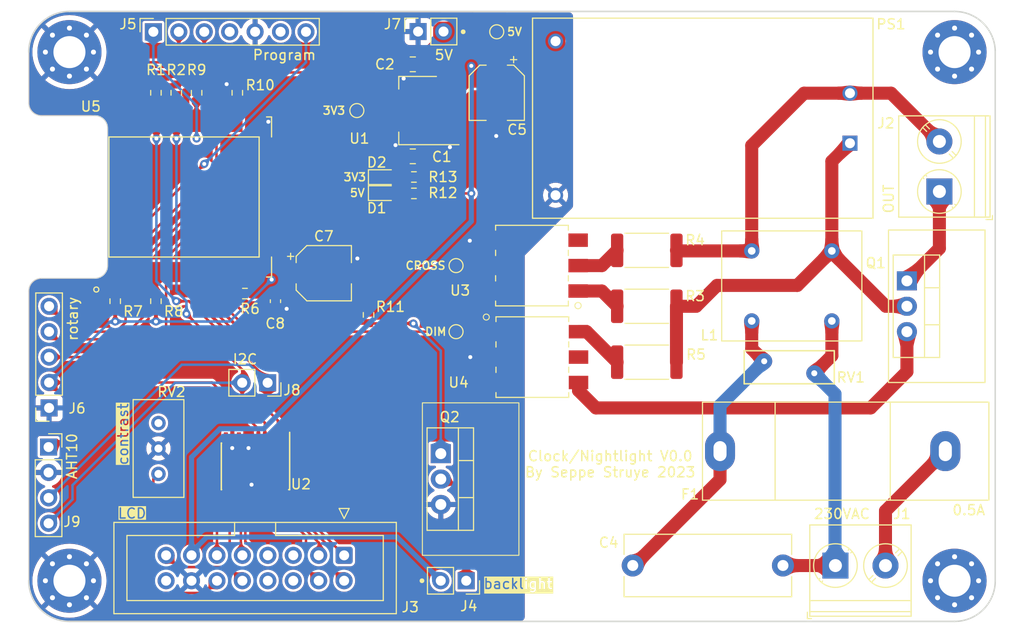
<source format=kicad_pcb>
(kicad_pcb (version 20221018) (generator pcbnew)
  (layers (0 "F.Cu" signal) (31 "B.Cu" signal) (34 "B.Paste" user) (35 "F.Paste" user) (36 "B.SilkS" user "B.Silkscreen") (37 "F.SilkS" user "F.Silkscreen") (38 "B.Mask" user) (39 "F.Mask" user) (44 "Edge.Cuts" user))
  (net 0 "")
  (net 1 "/N")
  (net 2 "/5V")
  (net 3 "GND")
  (net 4 "/3V3")
  (net 5 "/DTR")
  (net 6 "/RTS")
  (net 7 "/L")
  (net 8 "/EN")
  (net 9 "Net-(J1-Pin_1)")
  (net 11 "/D7")
  (net 12 "/D6")
  (net 13 "/D5")
  (net 14 "/D4")
  (net 15 "/EN1")
  (net 16 "/RS")
  (net 17 "/Vee")
  (net 18 "/EN2")
  (net 19 "Net-(J1-Pin_2)")
  (net 20 "/SCL")
  (net 21 "/SDA")
  (net 22 "Net-(J2-Pin_1)")
  (net 27 "/R{slash}W")
  (net 29 "Net-(J4-Pin_1)")
  (net 32 "Net-(Q1-G)")
  (net 33 "/BACKLIGHT")
  (net 34 "Net-(R3-Pad2)")
  (net 35 "Net-(R4-Pad2)")
  (net 36 "Net-(R5-Pad2)")
  (net 37 "/CROSS")
  (net 39 "/DIM")
  (net 40 "/RX")
  (net 41 "/TX")
  (net 42 "Net-(U5-IO15)")
  (net 43 "/SW")
  (net 44 "/DT")
  (net 45 "/CLK")
  (net 47 "Net-(C4-Pad1)")
  (net 63 "Net-(D1-A)")
  (net 64 "Net-(D2-A)")
  (footprint "Resistor_SMD:R_0603_1608Metric" (layer "F.Cu") (at 56.134 48.768 -90)
    (fp_text reference "R1")
    (fp_text value "10K")
  )
  (footprint "MOC3021:MOC3021S" (layer "F.Cu") (at 93.6879 66.04 180)
    (fp_text reference "U3")
    (fp_text value "H11AA1" hide)
  )
  (footprint "TestPoint:TestPoint_Pad_D1.0mm" (layer "F.Cu") (at 86.106 72.644)
    (fp_text reference "TP3" hide)
    (fp_text value "DIM")
  )
  (footprint "MountingHole:MountingHole_3.2mm_M3_Pad_Via" (layer "F.Cu") (at 135.89 44.704)
    (fp_text reference "H4" hide)
    (fp_text value "MountingHole_Pad")
  )
  (footprint "TestPoint:TestPoint_Pad_D1.0mm" (layer "F.Cu") (at 86.106 66.04)
    (fp_text reference "TP4" hide)
    (fp_text value "CROSS")
  )
  (footprint "Connector_PinSocket_2.54mm:PinSocket_1x02_P2.54mm_Vertical" (layer "F.Cu") (at 67.29 77.749 -90)
    (fp_text reference "J8")
    (fp_text value "I2C")
  )
  (footprint "Resistor_SMD:R_0603_1608Metric" (layer "F.Cu") (at 56.134 69.596 90)
    (fp_text reference "R8")
    (fp_text value "10K")
  )
  (footprint "Package_TO_SOT_SMD:SOT-223-3_TabPin2" (layer "F.Cu") (at 82.296 50.546 180)
    (fp_text reference "U1")
    (fp_text value "AMS1117-3.3")
  )
  (footprint "Resistor_SMD:R_0603_1608Metric" (layer "F.Cu") (at 58.166 48.768 -90)
    (fp_text reference "R2")
    (fp_text value "10K")
  )
  (footprint "MOC3021:MOC3021S" (layer "F.Cu") (at 93.726 75.184)
    (fp_text reference "U4")
    (fp_text value "MOC3021S" hide)
  )
  (footprint "Capacitor_THT:C_Rect_L16.5mm_W6.0mm_P15.00mm_MKT" (layer "F.Cu") (at 103.752 96.012)
    (fp_text reference "C4")
    (fp_text value "0.1uF/275VAC")
  )
  (footprint "Connector_PinSocket_2.54mm:PinSocket_1x02_P2.54mm_Vertical" (layer "F.Cu") (at 82.316 42.647 90)
    (fp_text reference "J7")
    (fp_text value "5V")
  )
  (footprint "Connector_PinSocket_2.54mm:PinSocket_1x05_P2.54mm_Vertical" (layer "F.Cu") (at 45.466 80.264 180)
    (fp_text reference "J6")
    (fp_text value "rotary")
  )
  (footprint "Capacitor_SMD:C_0603_1608Metric" (layer "F.Cu") (at 68.072 69.596 90)
    (fp_text reference "C8")
    (fp_text value "10uF")
  )
  (footprint "Resistor_SMD:R_2512_6332Metric" (layer "F.Cu") (at 105.156 70.104 180)
    (fp_text reference "R3")
    (fp_text value "10k/1W")
  )
  (footprint "Resistor_SMD:R_0603_1608Metric" (layer "F.Cu") (at 81.8986 57.1824)
    (fp_text reference "R13")
    (fp_text value "4k7")
  )
  (footprint "TerminalBlock_Phoenix:TerminalBlock_Phoenix_PT-1,5-2-5.0-H_1x02_P5.00mm_Horizontal" (layer "F.Cu") (at 123.992 96.02)
    (fp_text reference "J1")
    (fp_text value "230VAC")
  )
  (footprint "Connector_PinSocket_2.54mm:PinSocket_1x02_P2.54mm_Vertical" (layer "F.Cu") (at 87.122 97.536 -90)
    (fp_text reference "J4")
    (fp_text value "LCD BL")
  )
  (footprint "MOC3021:TO-220-3_Vertical_2" (layer "F.Cu") (at 131.131201 67.564 -90)
    (fp_text reference "Q1")
    (fp_text value "BTA16")
  )
  (footprint "TerminalBlock_Phoenix:TerminalBlock_Phoenix_PT-1,5-2-5.0-H_1x02_P5.00mm_Horizontal" (layer "F.Cu") (at 134.374 58.634 90)
    (fp_text reference "J2")
    (fp_text value "OUT")
  )
  (footprint "MountingHole:MountingHole_3.2mm_M3_Pad_Via" (layer "F.Cu") (at 47.498 44.704)
    (fp_text reference "H3" hide)
    (fp_text value "MountingHole_Pad")
  )
  (footprint "Varistor:RV_Disc_D9mm_W3.3mm_P5mm" (layer "F.Cu") (at 121.88 76.8 180)
    (fp_text reference "RV1")
    (fp_text value "10DXX")
  )
  (footprint "Package_SO:SSOP-20_4.4x6.5mm_P0.65mm" (layer "F.Cu") (at 66.04 86.106 -90)
    (fp_text reference "U2")
    (fp_text value "PCF8574TS")
  )
  (footprint "MountingHole:MountingHole_3.2mm_M3_Pad_Via" (layer "F.Cu") (at 135.89 97.536)
    (fp_text reference "H1" hide)
    (fp_text value "MountingHole_Pad")
  )
  (footprint "Resistor_SMD:R_0603_1608Metric" (layer "F.Cu") (at 60.198 48.768 -90)
    (fp_text reference "R9")
    (fp_text value "10K")
  )
  (footprint "HLK-PM03:CONV_HLK-PM03" (layer "F.Cu") (at 110.744 51.308 180)
    (fp_text reference "PS1")
    (fp_text value "HLK-PM03")
  )
  (footprint "Resistor_SMD:R_2512_6332Metric" (layer "F.Cu") (at 105.156 64.516 180)
    (fp_text reference "R4")
    (fp_text value "10k/1W")
  )
  (footprint "4N25:choke" (layer "F.Cu") (at 119.634 68.072 90)
    (fp_text reference "L1")
    (fp_text value "10mH")
  )
  (footprint "Resistor_SMD:R_0603_1608Metric" (layer "F.Cu") (at 81.8986 58.8264)
    (fp_text reference "R12")
    (fp_text value "4k7")
  )
  (footprint "Capacitor_SMD:CP_Elec_5x5.4" (layer "F.Cu") (at 72.898 66.802)
    (fp_text reference "C7")
    (fp_text value "100uF")
  )
  (footprint "Resistor_SMD:R_0603_1608Metric" (layer "F.Cu") (at 52.07 69.596 90)
    (fp_text reference "R7")
    (fp_text value "10K")
  )
  (footprint "Package_TO_SOT_THT:TO-220-3_Vertical" (layer "F.Cu") (at 84.582 87.376 -90)
    (fp_text reference "Q2")
    (fp_text value "K1459")
  )
  (footprint "Resistor_SMD:R_2512_6332Metric" (layer "F.Cu") (at 105.156 75.692 180)
    (fp_text reference "R5")
    (fp_text value "10k/1W")
  )
  (footprint "Resistor_SMD:R_0603_1608Metric" (layer "F.Cu") (at 64.262 48.768 90)
    (fp_text reference "R10")
    (fp_text value "10K")
  )
  (footprint "MountingHole:MountingHole_3.2mm_M3_Pad_Via" (layer "F.Cu") (at 47.498 97.536)
    (fp_text reference "H2" hide)
    (fp_text value "MountingHole_Pad" hide)
  )
  (footprint "TestPoint:TestPoint_Pad_D1.0mm" (layer "F.Cu") (at 90.17 42.672)
    (fp_text reference "TP1" hide)
    (fp_text value "5V")
  )
  (footprint "Connector_PinSocket_2.54mm:PinSocket_1x07_P2.54mm_Vertical" (layer "F.Cu") (at 55.88 42.672 90)
    (fp_text reference "J5")
    (fp_text value "Program")
  )
  (footprint "Capacitor_SMD:C_0805_2012Metric" (layer "F.Cu") (at 81.788 55.118 180)
    (fp_text reference "C1")
    (fp_text value "0.1uF")
  )
  (footprint "LED_SMD:LED_0603_1608Metric" (layer "F.Cu") (at 78.8416 57.2008)
    (fp_text reference "D2")
    (fp_text value "3V3")
  )
  (footprint "Connector_PinSocket_2.54mm:PinSocket_1x04_P2.54mm_Vertical" (layer "F.Cu") (at 45.4152 84.1756)
    (fp_text reference "J9")
    (fp_text value "AHT10")
  )
  (footprint "Resistor_SMD:R_0603_1608Metric" (layer "F.Cu") (at 65.024 68.834)
    (fp_text reference "R6")
    (fp_text value "10K")
  )
  (footprint "Capacitor_SMD:C_0805_2012Metric" (layer "F.Cu") (at 81.788 45.9232 180)
    (fp_text reference "C2")
    (fp_text value "0.1uF")
  )
  (footprint "Connector_IDC:IDC-Header_2x08_P2.54mm_Vertical" (layer "F.Cu") (at 74.93 94.996 -90)
    (fp_text reference "J3")
    (fp_text value "LCD")
  )
  (footprint "Capacitor_SMD:CP_Elec_5x5.4" (layer "F.Cu") (at 90.17 48.768 -90)
    (fp_text reference "C5")
    (fp_text value "22uF")
  )
  (footprint "ESP-12:XCVR_ESP8266-12E_ESP-12E" (layer "F.Cu") (at 59.182 59.182 90)
    (fp_text reference "U5")
    (fp_text value "ESP-12F")
  )
  (footprint "Potentiometer_THT:Potentiometer_Bourns_3296W_Vertical" (layer "F.Cu") (at 56.388 81.778 90)
    (fp_text reference "RV2")
    (fp_text value "10K")
  )
  (footprint "TestPoint:TestPoint_Pad_D1.0mm" (layer "F.Cu") (at 76.2 50.546)
    (fp_text reference "TP2" hide)
    (fp_text value "3V3")
  )
  (footprint "LED_SMD:LED_0603_1608Metric" (layer "F.Cu") (at 78.8416 58.7948)
    (fp_text reference "D1")
    (fp_text value "5V")
  )
  (footprint "Resistor_SMD:R_0603_1608Metric" (layer "F.Cu") (at 77.3684 70.9676 90)
    (fp_text reference "R11")
    (fp_text value "10K")
  )
  (footprint "fuse:BLX-A" (layer "F.Cu") (at 123.718 84.582 90)
    (fp_text reference "F1")
    (fp_text value "0.5A")
  )
  (gr_circle (center 82.7024 97.536) (end 82.863044 97.536) (stroke (width 0.15)) (fill solid) (layer "F.SilkS"))
  (gr_circle (center 86.8172 42.672) (end 86.977844 42.672) (stroke (width 0.15)) (fill solid) (layer "F.SilkS"))
  (gr_arc (start 51.308 66.04) (mid 50.936026 66.938026) (end 50.038 67.31) (stroke (width 0.1)) (layer "Edge.Cuts"))
  (gr_line (start 47.498 101.6) (end 135.89 101.6) (stroke (width 0.15)) (layer "Edge.Cuts"))
  (gr_arc (start 139.954 97.536) (mid 138.763682 100.409681) (end 135.89 101.6) (stroke (width 0.15)) (layer "Edge.Cuts"))
  (gr_line (start 50.038 51.054) (end 44.704 51.054) (stroke (width 0.1)) (layer "Edge.Cuts"))
  (gr_arc (start 47.498 101.6) (mid 44.624319 100.409682) (end 43.434 97.536) (stroke (width 0.15)) (layer "Edge.Cuts"))
  (gr_line (start 51.308 66.04) (end 51.308 52.324) (stroke (width 0.1)) (layer "Edge.Cuts"))
  (gr_line (start 135.89 40.64) (end 47.498 40.64) (stroke (width 0.15)) (layer "Edge.Cuts"))
  (gr_line (start 139.954 97.536) (end 139.954 44.704) (stroke (width 0.15)) (layer "Edge.Cuts"))
  (gr_arc (start 135.89 40.64) (mid 138.763681 41.830318) (end 139.954 44.704) (stroke (width 0.15)) (layer "Edge.Cuts"))
  (gr_line (start 44.704 67.31) (end 50.038 67.31) (stroke (width 0.1)) (layer "Edge.Cuts"))
  (gr_line (start 43.434 68.58) (end 43.434 97.536) (stroke (width 0.1)) (layer "Edge.Cuts"))
  (gr_arc (start 43.434 68.58) (mid 43.805974 67.681974) (end 44.704 67.31) (stroke (width 0.1)) (layer "Edge.Cuts"))
  (gr_arc (start 43.434 44.704) (mid 44.624318 41.830319) (end 47.498 40.64) (stroke (width 0.15)) (layer "Edge.Cuts"))
  (gr_arc (start 44.704 51.054) (mid 43.805974 50.682026) (end 43.434 49.784) (stroke (width 0.1)) (layer "Edge.Cuts"))
  (gr_line (start 43.434 44.704) (end 43.434 49.784) (stroke (width 0.1)) (layer "Edge.Cuts"))
  (gr_arc (start 50.038 51.054) (mid 50.936026 51.425974) (end 51.308 52.324) (stroke (width 0.1)) (layer "Edge.Cuts"))
  (gr_text "backlight" (at 92.29297 97.845515) (layer "F.SilkS" knockout) (effects (font (size 1 1))))
  (gr_text "LCD" (at 52.245834 91.394419) (layer "F.SilkS" knockout) (effects (font (size 1 1)) (justify left bottom)))
  (gr_text "Clock/Nightlight V0.0\nBy Seppe Struye 2023\n" (at 101.4984 87.2744) (layer "F.SilkS") (effects (font (size 1 1)) (justify bottom)))
  (segment (start 120.864 48.808) (end 115.634 54.038) (width 1.3) (layer "F.Cu") (net 1))
  (segment (start 129.548 48.808) (end 134.374 53.634) (width 1.3) (layer "F.Cu") (net 1))
  (segment (start 115.634 64.572) (end 108.1745 64.572) (width 1.3) (layer "F.Cu") (net 1))
  (segment (start 115.634 54.038) (end 115.634 64.572) (width 1.3) (layer "F.Cu") (net 1))
  (segment (start 125.444 48.808) (end 120.864 48.808) (width 1.3) (layer "F.Cu") (net 1))
  (segment (start 108.1745 64.572) (end 108.1185 64.516) (width 1.3) (layer "F.Cu") (net 1))
  (segment (start 125.444 48.808) (end 129.548 48.808) (width 1.3) (layer "F.Cu") (net 1))
  (segment (start 82.7236 58.8264) (end 87.63 58.8264) (width 0.25) (layer "F.Cu") (net 2))
  (via (at 87.63 46.0756) (size 0.8) (drill 0.4) (layers "F.Cu" "B.Cu") (net 2))
  (via (at 87.63 58.8264) (size 0.8) (drill 0.4) (layers "F.Cu" "B.Cu") (net 2))
  (segment (start 62.5348 82.3468) (end 59.69 85.1916) (width 0.508) (layer "B.Cu") (net 2))
  (segment (start 59.69 94.996) (end 59.69 94.6912) (width 0.508) (layer "B.Cu") (net 2))
  (segment (start 80.2132 93.1672) (end 84.582 97.536) (width 0.508) (layer "B.Cu") (net 2))
  (segment (start 87.63 46.0756) (end 87.63 61.6204) (width 0.508) (layer "B.Cu") (net 2))
  (segment (start 59.69 85.1916) (end 59.69 94.996) (width 0.508) (layer "B.Cu") (net 2))
  (segment (start 66.9036 82.3468) (end 62.5348 82.3468) (width 0.508) (layer "B.Cu") (net 2))
  (segment (start 87.63 61.6204) (end 66.9036 82.3468) (width 0.508) (layer "B.Cu") (net 2))
  (segment (start 59.69 94.6912) (end 61.214 93.1672) (width 0.508) (layer "B.Cu") (net 2))
  (segment (start 61.214 93.1672) (end 80.2132 93.1672) (width 0.508) (layer "B.Cu") (net 2))
  (via (at 65.6844 87.9348) (size 0.8) (drill 0.4) (layers "F.Cu" "B.Cu") (net 3))
  (via (at 67.3608 51.6636) (size 0.8) (drill 0.4) (layers "F.Cu" "B.Cu") (net 3))
  (via (at 65.3796 84.2772) (size 0.8) (drill 0.4) (layers "F.Cu" "B.Cu") (net 3))
  (via (at 80.8736 47.3456) (size 0.8) (drill 0.4) (layers "F.Cu" "B.Cu") (net 3))
  (via (at 69.1896 70.358) (size 0.8) (drill 0.4) (layers "F.Cu" "B.Cu") (net 3))
  (via (at 80.0608 54.0004) (size 0.8) (drill 0.4) (layers "F.Cu" "B.Cu") (net 3))
  (via (at 87.5284 75.184) (size 0.8) (drill 0.4) (layers "F.Cu" "B.Cu") (net 3))
  (via (at 87.4776 63.5508) (size 0.8) (drill 0.4) (layers "F.Cu" "B.Cu") (net 3))
  (via (at 90.1192 53.086) (size 0.8) (drill 0.4) (layers "F.Cu" "B.Cu") (net 3))
  (via (at 63.754 84.2772) (size 0.8) (drill 0.4) (layers "F.Cu" "B.Cu") (net 3))
  (via (at 85.4964 54.2036) (size 0.8) (drill 0.4) (layers "F.Cu" "B.Cu") (net 3))
  (via (at 76.2508 65.3288) (size 0.8) (drill 0.4) (layers "F.Cu" "B.Cu") (net 3))
  (via (at 63.1952 47.9044) (size 0.8) (drill 0.4) (layers "F.Cu" "B.Cu") (net 3))
  (segment (start 76.2 48.006) (end 76.2 50.546) (width 0.25) (layer "F.Cu") (net 4))
  (segment (start 66.365 83.206) (end 66.365 82.367) (width 0.25) (layer "F.Cu") (net 4))
  (segment (start 45.466 77.724) (end 47.3456 79.6036) (width 0.25) (layer "F.Cu") (net 4))
  (segment (start 74.93 46.736) (end 76.2 48.006) (width 0.25) (layer "F.Cu") (net 4))
  (segment (start 66.365 82.367) (end 61.722 77.724) (width 0.25) (layer "F.Cu") (net 4))
  (segment (start 56.134 47.943) (end 60.198 47.943) (width 0.25) (layer "F.Cu") (net 4))
  (segment (start 82.738 57.168) (end 82.7236 57.1824) (width 0.25) (layer "F.Cu") (net 4))
  (segment (start 52.07 71.628) (end 52.07 70.421) (width 0.25) (layer "F.Cu") (net 4))
  (segment (start 70.866 66.634) (end 70.698 66.802) (width 0.508) (layer "F.Cu") (net 4))
  (segment (start 61.722 77.724) (end 45.466 77.724) (width 0.25) (layer "F.Cu") (net 4))
  (segment (start 72.39 50.546) (end 70.866 52.07) (width 0.508) (layer "F.Cu") (net 4))
  (segment (start 60.198 47.943) (end 60.261 47.943) (width 0.25) (layer "F.Cu") (net 4))
  (segment (start 56.134 71.628) (end 56.134 70.421) (width 0.25) (layer "F.Cu") (net 4))
  (segment (start 46.0248 84.1756) (end 45.4152 84.1756) (width 0.25) (layer "F.Cu") (net 4))
  (segment (start 76.2 50.546) (end 72.39 50.546) (width 0.508) (layer "F.Cu") (net 4))
  (segment (start 60.261 47.943) (end 61.468 46.736) (width 0.25) (layer "F.Cu") (net 4))
  (segment (start 70.866 52.07) (end 70.866 66.634) (width 0.508) (layer "F.Cu") (net 4))
  (segment (start 61.468 46.736) (end 74.93 46.736) (width 0.25) (layer "F.Cu") (net 4))
  (segment (start 47.3456 79.6036) (end 47.3456 82.8548) (width 0.25) (layer "F.Cu") (net 4))
  (segment (start 82.738 55.118) (end 82.738 57.168) (width 0.25) (layer "F.Cu") (net 4))
  (segment (start 47.3456 82.8548) (end 46.0248 84.1756) (width 0.25) (layer "F.Cu") (net 4))
  (via (at 52.07 71.628) (size 0.8) (drill 0.4) (layers "F.Cu" "B.Cu") (net 4))
  (via (at 56.134 71.628) (size 0.8) (drill 0.4) (layers "F.Cu" "B.Cu") (net 4))
  (via (at 67.691 67.437) (size 0.8) (drill 0.4) (layers "F.Cu" "B.Cu") (net 4))
  (segment (start 63.5 71.628) (end 67.691 67.437) (width 0.25) (layer "B.Cu") (net 4))
  (segment (start 51.562 71.628) (end 52.07 71.628) (width 0.25) (layer "B.Cu") (net 4))
  (segment (start 45.466 77.724) (end 51.562 71.628) (width 0.25) (layer "B.Cu") (net 4))
  (segment (start 52.07 71.628) (end 56.134 71.628) (width 0.25) (layer "B.Cu") (net 4))
  (segment (start 56.134 71.628) (end 63.5 71.628) (width 0.25) (layer "B.Cu") (net 4))
  (segment (start 60.182 51.682) (end 60.182 49.609) (width 0.25) (layer "F.Cu") (net 5))
  (segment (start 60.182 49.609) (end 60.198 49.593) (width 0.25) (layer "F.Cu") (net 5))
  (segment (start 60.198 53.34) (end 60.198 49.593) (width 0.25) (layer "F.Cu") (net 5))
  (via (at 60.198 53.34) (size 0.8) (drill 0.4) (layers "F.Cu" "B.Cu") (net 5))
  (segment (start 55.88 45.72) (end 55.88 42.672) (width 0.25) (layer "B.Cu") (net 5))
  (segment (start 60.198 53.34) (end 60.198 50.038) (width 0.25) (layer "B.Cu") (net 5))
  (segment (start 60.198 50.038) (end 55.88 45.72) (width 0.25) (layer "B.Cu") (net 5))
  (segment (start 52.182 66.682) (end 52.182 68.659) (width 0.25) (layer "F.Cu") (net 6))
  (segment (start 52.182 68.659) (end 52.07 68.771) (width 0.25) (layer "F.Cu") (net 6))
  (segment (start 52.182 64.658) (end 52.182 66.682) (width 0.25) (layer "F.Cu") (net 6))
  (segment (start 60.96 55.88) (end 52.182 64.658) (width 0.25) (layer "F.Cu") (net 6))
  (via (at 60.96 55.88) (size 0.8) (drill 0.4) (layers "F.Cu" "B.Cu") (net 6))
  (segment (start 60.96 55.88) (end 71.12 45.72) (width 0.25) (layer "B.Cu") (net 6))
  (segment (start 71.12 45.72) (end 71.12 42.672) (width 0.25) (layer "B.Cu") (net 6))
  (segment (start 108.1185 70.104) (end 110.0836 70.104) (width 1.3) (layer "F.Cu") (net 7))
  (segment (start 123.634 55.618) (end 125.444 53.808) (width 1.3) (layer "F.Cu") (net 7))
  (segment (start 110.0836 70.104) (end 112.1664 68.0212) (width 1.3) (layer "F.Cu") (net 7))
  (segment (start 123.634 64.706) (end 123.634 64.572) (width 1.3) (layer "F.Cu") (net 7))
  (segment (start 108.1185 70.104) (end 108.1185 75.692) (width 1.3) (layer "F.Cu") (net 7))
  (segment (start 123.634 64.572) (end 123.634 55.618) (width 1.3) (layer "F.Cu") (net 7))
  (segment (start 131.131201 70.104) (end 129.032 70.104) (width 1.3) (layer "F.Cu") (net 7))
  (segment (start 120.1848 68.0212) (end 123.634 64.572) (width 1.3) (layer "F.Cu") (net 7))
  (segment (start 129.032 70.104) (end 123.634 64.706) (width 1.3) (layer "F.Cu") (net 7))
  (segment (start 112.1664 68.0212) (end 120.1848 68.0212) (width 1.3) (layer "F.Cu") (net 7))
  (segment (start 56.182 66.682) (end 56.182 68.723) (width 0.25) (layer "F.Cu") (net 8))
  (segment (start 56.182 68.723) (end 56.134 68.771) (width 0.25) (layer "F.Cu") (net 8))
  (segment (start 123.637854 75.042146) (end 123.637854 71.575854) (width 1.3) (layer "F.Cu") (net 9))
  (segment (start 123.992 96.02) (end 118.76 96.02) (width 1.3) (layer "F.Cu") (net 9))
  (segment (start 118.76 96.02) (end 118.752 96.012) (width 1.3) (layer "F.Cu") (net 9))
  (segment (start 123.637854 71.575854) (end 123.634 71.572) (width 1.3) (layer "F.Cu") (net 9))
  (segment (start 121.88 76.8) (end 123.637854 75.042146) (width 1.3) (layer "F.Cu") (net 9))
  (segment (start 121.88 76.8) (end 123.952 78.872) (width 1.3) (layer "B.Cu") (net 9))
  (segment (start 123.952 78.872) (end 123.952 95.98) (width 1.3) (layer "B.Cu") (net 9))
  (segment (start 123.952 95.98) (end 123.992 96.02) (width 1.3) (layer "B.Cu") (net 9))
  (segment (start 68.965 90.809) (end 69.342 91.186) (width 0.25) (layer "F.Cu") (net 11))
  (segment (start 69.342 91.186) (end 71.12 91.186) (width 0.25) (layer "F.Cu") (net 11))
  (segment (start 74.422 94.996) (end 74.93 94.996) (width 0.25) (layer "F.Cu") (net 11))
  (segment (start 74.205 94.779) (end 74.422 94.996) (width 0.25) (layer "F.Cu") (net 11))
  (segment (start 74.205 94.271) (end 74.205 94.779) (width 0.25) (layer "F.Cu") (net 11))
  (segment (start 71.12 91.186) (end 74.205 94.271) (width 0.25) (layer "F.Cu") (net 11))
  (segment (start 68.965 89.006) (end 68.965 90.809) (width 0.25) (layer "F.Cu") (net 11))
  (segment (start 70.933604 91.636) (end 73.66 94.362396) (width 0.25) (layer "F.Cu") (net 12))
  (segment (start 73.66 96.266) (end 74.93 97.536) (width 0.25) (layer "F.Cu") (net 12))
  (segment (start 68.315 89.006) (end 68.315 90.921) (width 0.25) (layer "F.Cu") (net 12))
  (segment (start 73.66 94.362396) (end 73.66 96.266) (width 0.25) (layer "F.Cu") (net 12))
  (segment (start 68.315 90.921) (end 69.03 91.636) (width 0.25) (layer "F.Cu") (net 12))
  (segment (start 69.03 91.636) (end 70.933604 91.636) (width 0.25) (layer "F.Cu") (net 12))
  (segment (start 72.39 93.728792) (end 72.39 94.996) (width 0.25) (layer "F.Cu") (net 13))
  (segment (start 67.015 89.006) (end 67.015 90.762604) (width 0.25) (layer "F.Cu") (net 13))
  (segment (start 68.338396 92.086) (end 70.747208 92.086) (width 0.25) (layer "F.Cu") (net 13))
  (segment (start 67.015 90.762604) (end 68.338396 92.086) (width 0.25) (layer "F.Cu") (net 13))
  (segment (start 70.747208 92.086) (end 72.39 93.728792) (width 0.25) (layer "F.Cu") (net 13))
  (segment (start 71.12 93.095188) (end 71.12 96.266) (width 0.25) (layer "F.Cu") (net 14))
  (segment (start 70.560812 92.536) (end 71.12 93.095188) (width 0.25) (layer "F.Cu") (net 14))
  (segment (start 66.365 89.006) (end 66.365 90.749) (width 0.25) (layer "F.Cu") (net 14))
  (segment (start 68.152 92.536) (end 70.560812 92.536) (width 0.25) (layer "F.Cu") (net 14))
  (segment (start 66.365 90.749) (end 68.152 92.536) (width 0.25) (layer "F.Cu") (net 14))
  (segment (start 71.12 96.266) (end 72.39 97.536) (width 0.25) (layer "F.Cu") (net 14))
  (segment (start 63.765 89.006) (end 63.765 89.706) (width 0.25) (layer "F.Cu") (net 15))
  (segment (start 64.615 90.556) (end 64.615 94.841) (width 0.25) (layer "F.Cu") (net 15))
  (segment (start 63.765 89.706) (end 64.615 90.556) (width 0.25) (layer "F.Cu") (net 15))
  (segment (start 64.615 94.841) (end 64.77 94.996) (width 0.25) (layer "F.Cu") (net 15))
  (segment (start 62.23 94.996) (end 62.23 84.091) (width 0.25) (layer "F.Cu") (net 16))
  (segment (start 62.23 84.091) (end 63.115 83.206) (width 0.25) (layer "F.Cu") (net 16))
  (segment (start 55.88 98.044) (end 56.5912 98.7552) (width 0.25) (layer "F.Cu") (net 17))
  (segment (start 55.88 87.366) (end 55.88 98.044) (width 0.25) (layer "F.Cu") (net 17))
  (segment (start 56.388 86.858) (end 55.88 87.366) (width 0.25) (layer "F.Cu") (net 17))
  (segment (start 56.5912 98.7552) (end 61.0108 98.7552) (width 0.25) (layer "F.Cu") (net 17))
  (segment (start 61.0108 98.7552) (end 62.23 97.536) (width 0.25) (layer "F.Cu") (net 17))
  (segment (start 62.5922 96.171) (end 58.325 96.171) (width 0.25) (layer "F.Cu") (net 18))
  (segment (start 63.5 97.0788) (end 62.5922 96.171) (width 0.25) (layer "F.Cu") (net 18))
  (segment (start 65.065 89.006) (end 65.065 93.629299) (width 0.25) (layer "F.Cu") (net 18))
  (segment (start 64.2112 98.7552) (end 63.5 98.044) (width 0.25) (layer "F.Cu") (net 18))
  (segment (start 66.04 98.044) (end 65.3288 98.7552) (width 0.25) (layer "F.Cu") (net 18))
  (segment (start 65.3288 98.7552) (end 64.2112 98.7552) (width 0.25) (layer "F.Cu") (net 18))
  (segment (start 65.065 93.629299) (end 66.04 94.604299) (width 0.25) (layer "F.Cu") (net 18))
  (segment (start 58.325 96.171) (end 57.15 94.996) (width 0.25) (layer "F.Cu") (net 18))
  (segment (start 63.5 98.044) (end 63.5 97.0788) (width 0.25) (layer "F.Cu") (net 18))
  (segment (start 66.04 94.604299) (end 66.04 98.044) (width 0.25) (layer "F.Cu") (net 18))
  (segment (start 128.992 96.02) (end 128.992 90.558) (width 1.3) (layer "F.Cu") (net 19))
  (segment (start 128.992 90.558) (end 134.968 84.582) (width 1.3) (layer "F.Cu") (net 19))
  (segment (start 56.182 49.641) (end 56.134 49.593) (width 0.25) (layer "F.Cu") (net 20))
  (segment (start 68.315 81.523) (end 68.315 83.206) (width 0.25) (layer "F.Cu") (net 20))
  (segment (start 59.436 69.596) (end 67.29 77.45) (width 0.25) (layer "F.Cu") (net 20))
  (segment (start 58.166 69.596) (end 59.436 69.596) (width 0.25) (layer "F.Cu") (net 20))
  (segment (start 56.182 51.682) (end 56.182 49.641) (width 0.25) (layer "F.Cu") (net 20))
  (segment (start 67.29 77.45) (end 67.29 77.749) (width 0.25) (layer "F.Cu") (net 20))
  (segment (start 67.29 77.749) (end 67.29 80.498) (width 0.25) (layer "F.Cu") (net 20))
  (segment (start 56.182 53.34) (end 56.182 51.682) (width 0.25) (layer "F.Cu") (net 20))
  (segment (start 67.29 80.498) (end 68.315 81.523) (width 0.25) (layer "F.Cu") (net 20))
  (via (at 58.166 69.596) (size 0.8) (drill 0.4) (layers "F.Cu" "B.Cu") (net 20))
  (via (at 56.182 53.34) (size 0.8) (drill 0.4) (layers "F.Cu" "B.Cu") (net 20))
  (segment (start 58.7248 75.946) (end 65.487 75.946) (width 0.25) (layer "B.Cu") (net 20))
  (segment (start 56.182 67.612) (end 56.182 53.34) (width 0.25) (layer "B.Cu") (net 20))
  (segment (start 58.166 69.596) (end 56.182 67.612) (width 0.25) (layer "B.Cu") (net 20))
  (segment (start 65.487 75.946) (end 67.29 77.749) (width 0.25) (layer "B.Cu") (net 20))
  (segment (start 45.4152 89.2556) (end 58.7248 75.946) (width 0.25) (layer "B.Cu") (net 20))
  (segment (start 64.75 79.482) (end 67.015 81.747) (width 0.25) (layer "F.Cu") (net 21))
  (segment (start 64.75 77.749) (end 64.75 79.482) (width 0.25) (layer "F.Cu") (net 21))
  (segment (start 58.182 53.34) (end 58.182 51.682) (width 0.25) (layer "F.Cu") (net 21))
  (segment (start 58.182 51.682) (end 58.182 49.609) (width 0.25) (layer "F.Cu") (net 21))
  (segment (start 64.75 76.434) (end 64.75 77.749) (width 0.25) (layer "F.Cu") (net 21))
  (segment (start 59.182 70.866) (end 64.75 76.434) (width 0.25) (layer "F.Cu") (net 21))
  (segment (start 58.182 49.609) (end 58.166 49.593) (width 0.25) (layer "F.Cu") (net 21))
  (segment (start 67.015 81.747) (end 67.015 83.206) (width 0.25) (layer "F.Cu") (net 21))
  (via (at 58.182 53.34) (size 0.8) (drill 0.4) (layers "F.Cu" "B.Cu") (net 21))
  (via (at 59.182 70.866) (size 0.8) (drill 0.4) (layers "F.Cu" "B.Cu") (net 21))
  (segment (start 58.182 68.586695) (end 58.182 53.34) (width 0.25) (layer "B.Cu") (net 21))
  (segment (start 47.8028 87.9856) (end 47.8028 89.408) (width 0.25) (layer "B.Cu") (net 21))
  (segment (start 64.75 77.749) (end 58.0394 77.749) (width 0.25) (layer "B.Cu") (net 21))
  (segment (start 59.182 70.866) (end 59.182 69.586695) (width 0.25) (layer "B.Cu") (net 21))
  (segment (start 58.0394 77.749) (end 47.8028 87.9856) (width 0.25) (layer "B.Cu") (net 21))
  (segment (start 47.8028 89.408) (end 45.4152 91.7956) (width 0.25) (layer "B.Cu") (net 21))
  (segment (start 59.182 69.586695) (end 58.182 68.586695) (width 0.25) (layer "B.Cu") (net 21))
  (segment (start 134.374 58.634) (end 134.374 64.321201) (width 1.3) (layer "F.Cu") (net 22))
  (segment (start 134.374 64.321201) (end 131.131201 67.564) (width 1.3) (layer "F.Cu") (net 22))
  (segment (start 63.5 96.266) (end 64.77 97.536) (width 0.25) (layer "F.Cu") (net 27))
  (segment (start 63.115 89.692396) (end 63.5 90.077396) (width 0.25) (layer "F.Cu") (net 27))
  (segment (start 63.115 89.006) (end 63.115 89.692396) (width 0.25) (layer "F.Cu") (net 27))
  (segment (start 63.5 90.077396) (end 63.5 96.266) (width 0.25) (layer "F.Cu") (net 27))
  (segment (start 84.582 87.376) (end 85.2932 87.376) (width 0.25) (layer "F.Cu") (net 29))
  (segment (start 85.2932 87.376) (end 87.122 89.2048) (width 0.25) (layer "F.Cu") (net 29))
  (segment (start 87.122 89.2048) (end 87.122 97.536) (width 0.25) (layer "F.Cu") (net 29))
  (segment (start 127.508 80.264) (end 131.131201 76.640799) (width 1.3) (layer "F.Cu") (net 32))
  (segment (start 131.131201 76.640799) (end 131.131201 72.644) (width 1.3) (layer "F.Cu") (net 32))
  (segment (start 98.3361 77.724) (end 98.3361 78.5241) (width 1.3) (layer "F.Cu") (net 32))
  (segment (start 98.3361 78.5241) (end 100.076 80.264) (width 1.3) (layer "F.Cu") (net 32))
  (segment (start 100.076 80.264) (end 127.508 80.264) (width 1.3) (layer "F.Cu") (net 32))
  (segment (start 62.182 69.294) (end 62.182 66.682) (width 0.25) (layer "F.Cu") (net 33))
  (segment (start 81.846 71.824) (end 64.712 71.824) (width 0.25) (layer "F.Cu") (net 33))
  (segment (start 64.712 71.824) (end 62.182 69.294) (width 0.25) (layer "F.Cu") (net 33))
  (via (at 81.846 71.824) (size 0.8) (drill 0.4) (layers "F.Cu" "B.Cu") (net 33))
  (segment (start 81.846 71.824) (end 84.582 74.56) (width 0.25) (layer "B.Cu") (net 33))
  (segment (start 84.582 74.56) (end 84.582 84.836) (width 0.25) (layer "B.Cu") (net 33))
  (segment (start 100.6695 68.58) (end 98.298 68.58) (width 1.3) (layer "F.Cu") (net 34))
  (segment (start 102.1935 70.104) (end 100.6695 68.58) (width 1.3) (layer "F.Cu") (net 34))
  (segment (start 102.1935 64.516) (end 100.6695 66.04) (width 1.3) (layer "F.Cu") (net 35))
  (segment (start 100.6695 66.04) (end 98.298 66.04) (width 1.3) (layer "F.Cu") (net 35))
  (segment (start 99.1455 72.644) (end 102.1935 75.692) (width 1.3) (layer "F.Cu") (net 36))
  (segment (start 98.3361 72.644) (end 99.1455 72.644) (width 1.3) (layer "F.Cu") (net 36))
  (segment (start 79.9084 66.04) (end 86.106 66.04) (width 0.25) (layer "F.Cu") (net 37))
  (segment (start 86.106 66.04) (end 89.0778 66.04) (width 0.25) (layer "F.Cu") (net 37))
  (segment (start 64.182 70.024) (end 65.532 71.374) (width 0.25) (layer "F.Cu") (net 37))
  (segment (start 65.532 71.374) (end 74.5744 71.374) (width 0.25) (layer "F.Cu") (net 37))
  (segment (start 64.182 66.682) (end 64.182 70.024) (width 0.25) (layer "F.Cu") (net 37))
  (segment (start 74.5744 71.374) (end 79.9084 66.04) (width 0.25) (layer "F.Cu") (net 37))
  (segment (start 60.182 68.818) (end 64.008 72.644) (width 0.25) (layer "F.Cu") (net 39))
  (segment (start 60.182 66.682) (end 60.182 68.818) (width 0.25) (layer "F.Cu") (net 39))
  (segment (start 64.008 72.644) (end 89.1159 72.644) (width 0.25) (layer "F.Cu") (net 39))
  (segment (start 58.42 42.672) (end 58.42 44.704) (width 0.25) (layer "F.Cu") (net 40))
  (segment (start 52.182 47.64) (end 52.182 51.682) (width 0.25) (layer "F.Cu") (net 40))
  (segment (start 57.404 45.72) (end 54.102 45.72) (width 0.25) (layer "F.Cu") (net 40))
  (segment (start 58.42 44.704) (end 57.404 45.72) (width 0.25) (layer "F.Cu") (net 40))
  (segment (start 54.102 45.72) (end 52.182 47.64) (width 0.25) (layer "F.Cu") (net 40))
  (segment (start 60.96 42.672) (end 60.96 44.704) (width 0.25) (layer "F.Cu") (net 41))
  (segment (start 54.182 47.672) (end 54.182 51.682) (width 0.25) (layer "F.Cu") (net 41))
  (segment (start 60.96 44.704) (end 59.494 46.17) (width 0.25) (layer "F.Cu") (net 41))
  (segment (start 55.684 46.17) (end 54.182 47.672) (width 0.25) (layer "F.Cu") (net 41))
  (segment (start 59.494 46.17) (end 55.684 46.17) (width 0.25) (layer "F.Cu") (net 41))
  (segment (start 64.182 49.673) (end 64.262 49.593) (width 0.25) (layer "F.Cu") (net 42))
  (segment (start 64.182 51.682) (end 64.182 49.673) (width 0.25) (layer "F.Cu") (net 42))
  (segment (start 66.246 56.182) (end 67.682 56.182) (width 0.25) (layer "F.Cu") (net 43))
  (segment (start 45.466 75.184) (end 54.0512 75.184) (width 0.25) (layer "F.Cu") (net 43))
  (segment (start 57.15 65.278) (end 66.246 56.182) (width 0.25) (layer "F.Cu") (net 43))
  (segment (start 57.15 72.0852) (end 57.15 65.278) (width 0.25) (layer "F.Cu") (net 43))
  (segment (start 54.0512 75.184) (end 57.15 72.0852) (width 0.25) (layer "F.Cu") (net 43))
  (segment (start 46.228 73.406) (end 45.466 72.644) (width 0.25) (layer "F.Cu") (net 44))
  (segment (start 55.118 70.9168) (end 52.6288 73.406) (width 0.25) (layer "F.Cu") (net 44))
  (segment (start 52.6288 73.406) (end 46.228 73.406) (width 0.25) (layer "F.Cu") (net 44))
  (segment (start 66.214 54.182) (end 55.118 65.278) (width 0.25) (layer "F.Cu") (net 44))
  (segment (start 67.682 54.182) (end 66.214 54.182) (width 0.25) (layer "F.Cu") (net 44))
  (segment (start 55.118 65.278) (end 55.118 70.9168) (width 0.25) (layer "F.Cu") (net 44))
  (segment (start 45.466 70.104) (end 48.006 72.644) (width 0.25) (layer "F.Cu") (net 45))
  (segment (start 53.107 65.357) (end 62.182 56.282) (width 0.25) (layer "F.Cu") (net 45))
  (segment (start 62.182 56.282) (end 62.182 51.682) (width 0.25) (layer "F.Cu") (net 45))
  (segment (start 53.107 71.7086) (end 53.107 65.357) (width 0.25) (layer "F.Cu") (net 45))
  (segment (start 52.1716 72.644) (end 53.107 71.7086) (width 0.25) (layer "F.Cu") (net 45))
  (segment (start 48.006 72.644) (end 52.1716 72.644) (width 0.25) (layer "F.Cu") (net 45))
  (segment (start 116.88 75.6) (end 115.634 74.354) (width 1.3) (layer "F.Cu") (net 47))
  (segment (start 112.468 84.582) (end 112.468 87.43) (width 1.3) (layer "F.Cu") (net 47))
  (segment (start 103.886 96.012) (end 103.752 96.012) (width 1.3) (layer "F.Cu") (net 47))
  (segment (start 112.468 87.43) (end 103.886 96.012) (width 1.3) (layer "F.Cu") (net 47))
  (segment (start 115.634 74.354) (end 115.634 71.572) (width 1.3) (layer "F.Cu") (net 47))
  (segment (start 112.468 80.012) (end 116.88 75.6) (width 1.3) (layer "B.Cu") (net 47))
  (segment (start 112.468 84.582) (end 112.468 80.012) (width 1.3) (layer "B.Cu") (net 47))
  (segment (start 79.6607 58.8264) (end 79.6291 58.7948) (width 0.25) (layer "F.Cu") (net 63))
  (segment (start 81.0736 58.8264) (end 79.6607 58.8264) (width 0.25) (layer "F.Cu") (net 63))
  (segment (start 81.0736 57.1824) (end 79.6475 57.1824) (width 0.25) (layer "F.Cu") (net 64))
  (segment (start 79.6475 57.1824) (end 79.6291 57.2008) (width 0.25) (layer "F.Cu") (net 64))
  (zone (net 4) (net_name "/3V3") (layer "F.Cu") (priority 2) (connect_pads yes (clearance 0.254)) (min_thickness 0.25) (fill yes (thermal_gap 0.5) (thermal_bridge_width 0.5) (smoothing fillet) (radius 0.4))
    (polygon (pts (xy 65.278 65.532) (xy 65.278 67.818) (xy 65.278 69.342) (xy 67.31 69.342) (xy 68.834 69.342) (xy 68.834 68.326) (xy 69.342 67.818) (xy 72.39 67.818) (xy 72.39 65.786) (xy 67.564 65.786) (xy 67.31 65.532)))
  )
  (zone (net 2) (net_name "/5V") (layer "F.Cu") (priority 1) (connect_pads yes (clearance 0.254)) (min_thickness 0.25) (fill yes (thermal_gap 0.5) (thermal_bridge_width 0.5) (smoothing fillet) (radius 0.4))
    (polygon (pts (xy 83.82 42.164) (xy 83.82 43.434) (xy 82.042 45.212) (xy 82.042 46.736) (xy 84.455 49.149) (xy 86.487 49.149) (xy 87.376 48.26) (xy 91.186 48.26) (xy 91.186 45.72) (xy 92.202 44.704) (xy 96.52 44.704) (xy 97.028 44.196) (xy 97.028 42.926) (xy 95.758 41.656) (xy 94.234 41.656) (xy 84.328 41.656)))
  )
  (zone (net 4) (net_name "/3V3") (layer "F.Cu") (priority 1) (connect_pads yes (clearance 0.254)) (min_thickness 0.25) (fill yes (thermal_gap 0.5) (thermal_bridge_width 0.5) (smoothing fillet) (radius 0.4))
    (polygon (pts (xy 83.6676 49.6316) (xy 82.55 48.514) (xy 77.724 48.514) (xy 76.454 49.784) (xy 75.692 49.784) (xy 75.438 50.038) (xy 75.438 51.054) (xy 75.692 51.308) (xy 76.454 51.308) (xy 77.724 52.578) (xy 80.264 52.578) (xy 82.042 54.356) (xy 82.042 56.134) (xy 83.566 56.134) (xy 83.566 54.356) (xy 83.566 52.07) (xy 83.82 51.816) (xy 84.074 51.562) (xy 86.614 51.562) (xy 86.614 49.6316)))
  )
  (zone (net 3) (net_name "GND") (layers "F&B.Cu") (connect_pads thru_hole_only (clearance 0.254)) (min_thickness 0.25) (fill yes (thermal_gap 0.5) (thermal_bridge_width 0.5) (smoothing fillet) (radius 0.4))
    (polygon (pts (xy 44.704 67.3608) (xy 44.597537 67.36312) (xy 44.387845 67.400094) (xy 44.18776 67.472919) (xy 44.00336 67.579382) (xy 43.840249 67.716249) (xy 43.703382 67.87936) (xy 43.596919 68.06376) (xy 43.524094 68.263845) (xy 43.48712 68.473537) (xy 43.4848 68.58) (xy 43.484479 97.536) (xy 43.486897 97.734643) (xy 43.526151 98.129986) (xy 43.604274 98.519516) (xy 43.720502 98.89942) (xy 43.873698 99.265982) (xy 44.062362 99.615614) (xy 44.284648 99.944895) (xy 44.538381 100.250601) (xy 44.821077 100.529741) (xy 45.12997 100.779584) (xy 45.462038 100.997685) (xy 45.81403 101.181909) (xy 46.182501 101.330452) (xy 46.563847 101.441863) (xy 46.954334 101.515049) (xy 47.350142 101.549296) (xy 47.5488 101.549199) (xy 92.964 101.5492) (xy 92.964 65.024) (xy 97.79 60.198) (xy 97.79 40.7416) (xy 47.498 40.690479) (xy 47.299357 40.692897) (xy 46.904014 40.732151) (xy 46.514484 40.810274) (xy 46.13458 40.926502) (xy 45.768018 41.079698) (xy 45.418386 41.268362) (xy 45.089105 41.490648) (xy 44.783399 41.744381) (xy 44.504259 42.027077) (xy 44.254416 42.33597) (xy 44.036315 42.668038) (xy 43.852091 43.02003) (xy 43.703548 43.388501) (xy 43.592137 43.769847) (xy 43.518951 44.160334) (xy 43.484704 44.556142) (xy 43.484801 44.7548) (xy 43.4848 49.784) (xy 43.48712 49.890463) (xy 43.524094 50.100155) (xy 43.596919 50.30024) (xy 43.703382 50.48464) (xy 43.840249 50.647751) (xy 44.00336 50.784618) (xy 44.18776 50.891081) (xy 44.387845 50.963906) (xy 44.597537 51.00088) (xy 44.704 51.0032) (xy 49.6316 51.0032) (xy 49.738063 51.00552) (xy 49.947755 51.042494) (xy 50.14784 51.115319) (xy 50.33224 51.221782) (xy 50.495351 51.358649) (xy 50.632218 51.52176) (xy 50.738681 51.70616) (xy 50.811506 51.906245) (xy 50.84848 52.115937) (xy 50.8508 52.2224) (xy 50.8508 66.1416) (xy 50.84848 66.248063) (xy 50.811506 66.457755) (xy 50.738681 66.65784) (xy 50.632218 66.84224) (xy 50.495351 67.005351) (xy 50.33224 67.142218) (xy 50.14784 67.248681) (xy 49.947755 67.321506) (xy 49.738063 67.35848) (xy 49.6316 67.3608)))
  )
)
</source>
